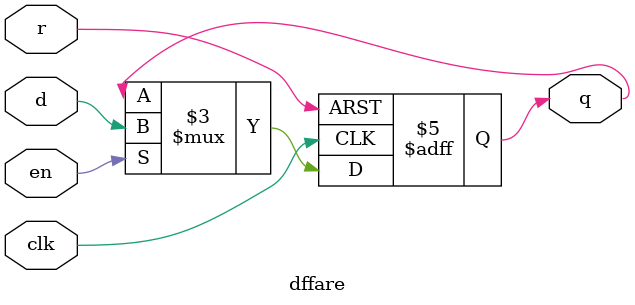
<source format=v>
module dffare #(parameter WIDTH = 1) (
    input clk,
    input r,
    input en,
    input [WIDTH-1:0] d,
    output reg [WIDTH-1:0] q
);

    always @(posedge clk or posedge r)
        if (r)
            q <= {WIDTH{1'b0}};
        else if (en)
            q <= d;
        else
            q <= q;

endmodule

</source>
